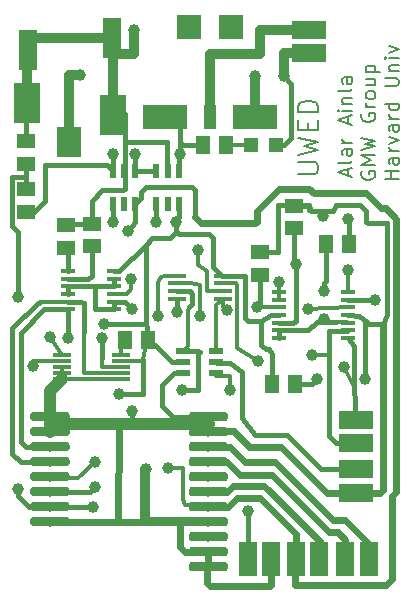
<source format=gbr>
G04 #@! TF.GenerationSoftware,KiCad,Pcbnew,(5.1.0)-1*
G04 #@! TF.CreationDate,2019-05-30T14:49:56+02:00*
G04 #@! TF.ProjectId,UWED,55574544-2e6b-4696-9361-645f70636258,rev?*
G04 #@! TF.SameCoordinates,Original*
G04 #@! TF.FileFunction,Copper,L1,Top*
G04 #@! TF.FilePolarity,Positive*
%FSLAX46Y46*%
G04 Gerber Fmt 4.6, Leading zero omitted, Abs format (unit mm)*
G04 Created by KiCad (PCBNEW (5.1.0)-1) date 2019-05-30 14:49:56*
%MOMM*%
%LPD*%
G04 APERTURE LIST*
%ADD10C,0.177800*%
%ADD11C,0.203200*%
%ADD12R,1.500000X1.300000*%
%ADD13R,1.300000X1.500000*%
%ADD14R,1.200000X1.200000*%
%ADD15R,1.270000X0.419100*%
%ADD16R,0.508000X1.270000*%
%ADD17R,1.500000X0.420000*%
%ADD18R,1.270000X0.508000*%
%ADD19R,1.016000X2.032000*%
%ADD20R,3.810000X2.032000*%
%ADD21R,2.032000X2.032000*%
%ADD22R,1.500000X3.000000*%
%ADD23R,3.000000X1.500000*%
%ADD24R,1.500000X0.300000*%
%ADD25R,2.000000X2.500000*%
%ADD26R,1.500000X3.500000*%
%ADD27R,2.300000X3.500000*%
%ADD28C,0.100000*%
%ADD29C,0.812800*%
%ADD30C,1.006400*%
%ADD31C,0.812800*%
%ADD32C,0.406400*%
%ADD33C,0.304800*%
%ADD34C,1.016000*%
%ADD35C,0.609600*%
G04 APERTURE END LIST*
D10*
X156459666Y-94193863D02*
X157827033Y-94193863D01*
X157987900Y-94113430D01*
X158068333Y-94032996D01*
X158148766Y-93872130D01*
X158148766Y-93550396D01*
X158068333Y-93389530D01*
X157987900Y-93309096D01*
X157827033Y-93228663D01*
X156459666Y-93228663D01*
X156459666Y-92585196D02*
X158148766Y-92183030D01*
X156942266Y-91861296D01*
X158148766Y-91539563D01*
X156459666Y-91137396D01*
X157264000Y-90493930D02*
X157264000Y-89930896D01*
X158148766Y-89689596D02*
X158148766Y-90493930D01*
X156459666Y-90493930D01*
X156459666Y-89689596D01*
X158148766Y-88965696D02*
X156459666Y-88965696D01*
X156459666Y-88563530D01*
X156540100Y-88322230D01*
X156700966Y-88161363D01*
X156861833Y-88080930D01*
X157183566Y-88000496D01*
X157424866Y-88000496D01*
X157746600Y-88080930D01*
X157907466Y-88161363D01*
X158068333Y-88322230D01*
X158148766Y-88563530D01*
X158148766Y-88965696D01*
D11*
X160646433Y-94375110D02*
X160646433Y-93800586D01*
X160991147Y-94490015D02*
X159784647Y-94087848D01*
X160991147Y-93685681D01*
X160991147Y-93111158D02*
X160933695Y-93226062D01*
X160818790Y-93283515D01*
X159784647Y-93283515D01*
X160991147Y-92134467D02*
X160359171Y-92134467D01*
X160244266Y-92191920D01*
X160186814Y-92306824D01*
X160186814Y-92536634D01*
X160244266Y-92651539D01*
X160933695Y-92134467D02*
X160991147Y-92249372D01*
X160991147Y-92536634D01*
X160933695Y-92651539D01*
X160818790Y-92708991D01*
X160703885Y-92708991D01*
X160588980Y-92651539D01*
X160531528Y-92536634D01*
X160531528Y-92249372D01*
X160474076Y-92134467D01*
X160991147Y-91559943D02*
X160186814Y-91559943D01*
X160416623Y-91559943D02*
X160301719Y-91502491D01*
X160244266Y-91445039D01*
X160186814Y-91330134D01*
X160186814Y-91215229D01*
X160646433Y-89951277D02*
X160646433Y-89376753D01*
X160991147Y-90066181D02*
X159784647Y-89664015D01*
X160991147Y-89261848D01*
X160991147Y-88859681D02*
X160186814Y-88859681D01*
X159784647Y-88859681D02*
X159842100Y-88917134D01*
X159899552Y-88859681D01*
X159842100Y-88802229D01*
X159784647Y-88859681D01*
X159899552Y-88859681D01*
X160186814Y-88285158D02*
X160991147Y-88285158D01*
X160301719Y-88285158D02*
X160244266Y-88227705D01*
X160186814Y-88112800D01*
X160186814Y-87940443D01*
X160244266Y-87825539D01*
X160359171Y-87768086D01*
X160991147Y-87768086D01*
X160991147Y-87021205D02*
X160933695Y-87136110D01*
X160818790Y-87193562D01*
X159784647Y-87193562D01*
X160991147Y-86044515D02*
X160359171Y-86044515D01*
X160244266Y-86101967D01*
X160186814Y-86216872D01*
X160186814Y-86446681D01*
X160244266Y-86561586D01*
X160933695Y-86044515D02*
X160991147Y-86159420D01*
X160991147Y-86446681D01*
X160933695Y-86561586D01*
X160818790Y-86619039D01*
X160703885Y-86619039D01*
X160588980Y-86561586D01*
X160531528Y-86446681D01*
X160531528Y-86159420D01*
X160474076Y-86044515D01*
D10*
X161816950Y-94006991D02*
X161759497Y-94121896D01*
X161759497Y-94294253D01*
X161816950Y-94466610D01*
X161931854Y-94581515D01*
X162046759Y-94638968D01*
X162276569Y-94696420D01*
X162448926Y-94696420D01*
X162678735Y-94638968D01*
X162793640Y-94581515D01*
X162908545Y-94466610D01*
X162965997Y-94294253D01*
X162965997Y-94179349D01*
X162908545Y-94006991D01*
X162851092Y-93949539D01*
X162448926Y-93949539D01*
X162448926Y-94179349D01*
X162965997Y-93432468D02*
X161759497Y-93432468D01*
X162621283Y-93030301D01*
X161759497Y-92628134D01*
X162965997Y-92628134D01*
X161759497Y-92168515D02*
X162965997Y-91881253D01*
X162104211Y-91651444D01*
X162965997Y-91421634D01*
X161759497Y-91134372D01*
X161816950Y-89123539D02*
X161759497Y-89238444D01*
X161759497Y-89410801D01*
X161816950Y-89583158D01*
X161931854Y-89698063D01*
X162046759Y-89755515D01*
X162276569Y-89812968D01*
X162448926Y-89812968D01*
X162678735Y-89755515D01*
X162793640Y-89698063D01*
X162908545Y-89583158D01*
X162965997Y-89410801D01*
X162965997Y-89295896D01*
X162908545Y-89123539D01*
X162851092Y-89066087D01*
X162448926Y-89066087D01*
X162448926Y-89295896D01*
X162965997Y-88549015D02*
X162161664Y-88549015D01*
X162391473Y-88549015D02*
X162276569Y-88491563D01*
X162219116Y-88434110D01*
X162161664Y-88319206D01*
X162161664Y-88204301D01*
X162965997Y-87629777D02*
X162908545Y-87744682D01*
X162851092Y-87802134D01*
X162736188Y-87859587D01*
X162391473Y-87859587D01*
X162276569Y-87802134D01*
X162219116Y-87744682D01*
X162161664Y-87629777D01*
X162161664Y-87457420D01*
X162219116Y-87342515D01*
X162276569Y-87285063D01*
X162391473Y-87227610D01*
X162736188Y-87227610D01*
X162851092Y-87285063D01*
X162908545Y-87342515D01*
X162965997Y-87457420D01*
X162965997Y-87629777D01*
X162161664Y-86193468D02*
X162965997Y-86193468D01*
X162161664Y-86710539D02*
X162793640Y-86710539D01*
X162908545Y-86653087D01*
X162965997Y-86538182D01*
X162965997Y-86365825D01*
X162908545Y-86250920D01*
X162851092Y-86193468D01*
X162161664Y-85618944D02*
X163368164Y-85618944D01*
X162219116Y-85618944D02*
X162161664Y-85504039D01*
X162161664Y-85274230D01*
X162219116Y-85159325D01*
X162276569Y-85101872D01*
X162391473Y-85044420D01*
X162736188Y-85044420D01*
X162851092Y-85101872D01*
X162908545Y-85159325D01*
X162965997Y-85274230D01*
X162965997Y-85504039D01*
X162908545Y-85618944D01*
X164953547Y-94638968D02*
X163747047Y-94638968D01*
X164321571Y-94638968D02*
X164321571Y-93949539D01*
X164953547Y-93949539D02*
X163747047Y-93949539D01*
X164953547Y-92857944D02*
X164321571Y-92857944D01*
X164206666Y-92915396D01*
X164149214Y-93030301D01*
X164149214Y-93260110D01*
X164206666Y-93375015D01*
X164896095Y-92857944D02*
X164953547Y-92972849D01*
X164953547Y-93260110D01*
X164896095Y-93375015D01*
X164781190Y-93432468D01*
X164666285Y-93432468D01*
X164551380Y-93375015D01*
X164493928Y-93260110D01*
X164493928Y-92972849D01*
X164436476Y-92857944D01*
X164953547Y-92283420D02*
X164149214Y-92283420D01*
X164379023Y-92283420D02*
X164264119Y-92225968D01*
X164206666Y-92168515D01*
X164149214Y-92053610D01*
X164149214Y-91938706D01*
X164149214Y-91651444D02*
X164953547Y-91364182D01*
X164149214Y-91076920D01*
X164953547Y-90100230D02*
X164321571Y-90100230D01*
X164206666Y-90157682D01*
X164149214Y-90272587D01*
X164149214Y-90502396D01*
X164206666Y-90617301D01*
X164896095Y-90100230D02*
X164953547Y-90215134D01*
X164953547Y-90502396D01*
X164896095Y-90617301D01*
X164781190Y-90674753D01*
X164666285Y-90674753D01*
X164551380Y-90617301D01*
X164493928Y-90502396D01*
X164493928Y-90215134D01*
X164436476Y-90100230D01*
X164953547Y-89525706D02*
X164149214Y-89525706D01*
X164379023Y-89525706D02*
X164264119Y-89468253D01*
X164206666Y-89410801D01*
X164149214Y-89295896D01*
X164149214Y-89180991D01*
X164953547Y-88261753D02*
X163747047Y-88261753D01*
X164896095Y-88261753D02*
X164953547Y-88376658D01*
X164953547Y-88606468D01*
X164896095Y-88721372D01*
X164838642Y-88778825D01*
X164723738Y-88836277D01*
X164379023Y-88836277D01*
X164264119Y-88778825D01*
X164206666Y-88721372D01*
X164149214Y-88606468D01*
X164149214Y-88376658D01*
X164206666Y-88261753D01*
X163747047Y-86767991D02*
X164723738Y-86767991D01*
X164838642Y-86710539D01*
X164896095Y-86653087D01*
X164953547Y-86538182D01*
X164953547Y-86308372D01*
X164896095Y-86193468D01*
X164838642Y-86136015D01*
X164723738Y-86078563D01*
X163747047Y-86078563D01*
X164149214Y-85504039D02*
X164953547Y-85504039D01*
X164264119Y-85504039D02*
X164206666Y-85446587D01*
X164149214Y-85331682D01*
X164149214Y-85159325D01*
X164206666Y-85044420D01*
X164321571Y-84986968D01*
X164953547Y-84986968D01*
X164953547Y-84412444D02*
X164149214Y-84412444D01*
X163747047Y-84412444D02*
X163804500Y-84469896D01*
X163861952Y-84412444D01*
X163804500Y-84354991D01*
X163747047Y-84412444D01*
X163861952Y-84412444D01*
X164149214Y-83952825D02*
X164953547Y-83665563D01*
X164149214Y-83378301D01*
D12*
X153174600Y-100848200D03*
X153174600Y-102748200D03*
D13*
X160728600Y-100147200D03*
X158828600Y-100147200D03*
D12*
X156095600Y-96911200D03*
X156095600Y-98811200D03*
X138950600Y-98435200D03*
X138950600Y-100335200D03*
X136791600Y-98562200D03*
X136791600Y-100462200D03*
D13*
X156156600Y-111958200D03*
X154256600Y-111958200D03*
D14*
X152429400Y-91790600D03*
X154529400Y-91790600D03*
D13*
X148414600Y-91765200D03*
X150314600Y-91765200D03*
X141810600Y-108275200D03*
X143710600Y-108275200D03*
D12*
X133362600Y-97414200D03*
X133362600Y-95514200D03*
X133362600Y-93350200D03*
X133362600Y-91450200D03*
D15*
X160662040Y-104211200D03*
X160662040Y-104861200D03*
X160662040Y-105511200D03*
X160662040Y-106161440D03*
X160662040Y-106811681D03*
X160662040Y-107461918D03*
X160662040Y-108112159D03*
X154812041Y-108112400D03*
X154810600Y-107462400D03*
X154810600Y-106812159D03*
X154810600Y-106161918D03*
X154810600Y-105511681D03*
X154810600Y-104861440D03*
X154810600Y-104211200D03*
D16*
X142633600Y-96743600D03*
X141693800Y-96743600D03*
X140754000Y-96743600D03*
X140754000Y-93924200D03*
X141693800Y-93924200D03*
X142633600Y-93924200D03*
X146316600Y-96743600D03*
X145376800Y-96743600D03*
X144437000Y-96743600D03*
X144437000Y-93924200D03*
X145376800Y-93924200D03*
X146316600Y-93924200D03*
D17*
X150089600Y-102814200D03*
X150089600Y-103464200D03*
X150089600Y-104114200D03*
X150089600Y-104764200D03*
X146189600Y-104764200D03*
X146189600Y-104114200D03*
X146189600Y-103464200D03*
X146189600Y-102814200D03*
D18*
X149517000Y-109164200D03*
X149517000Y-110104000D03*
X149517000Y-111043800D03*
X146697600Y-111043800D03*
X146697600Y-110104000D03*
X146697600Y-109164200D03*
D19*
X148983600Y-89352200D03*
D20*
X152793600Y-89352200D03*
X145173600Y-89352200D03*
D21*
X150761600Y-81732200D03*
X147205600Y-81732200D03*
D22*
X152174600Y-126817200D03*
X154174600Y-126817200D03*
D15*
X140820040Y-102433200D03*
X140820040Y-103083440D03*
X140820040Y-103733681D03*
X140820040Y-104383918D03*
X140820040Y-105034159D03*
X140820040Y-105684400D03*
X136918600Y-105684400D03*
X136918600Y-105034159D03*
X136918600Y-104383918D03*
X136918600Y-103733681D03*
X136918600Y-103083440D03*
X136918600Y-102433200D03*
D23*
X157365600Y-84002200D03*
X157365600Y-82002200D03*
D22*
X158238600Y-126817200D03*
X156238600Y-126817200D03*
X162429600Y-126817200D03*
X160429600Y-126817200D03*
D23*
X161302600Y-121213200D03*
X161302600Y-119213200D03*
X161302600Y-115022200D03*
X161302600Y-117022200D03*
D24*
X141410600Y-109545200D03*
X141410600Y-110045200D03*
X141410600Y-110545200D03*
X141410600Y-111045200D03*
X141410600Y-111545200D03*
X136410600Y-111545200D03*
X136410600Y-111045200D03*
X136410600Y-110545200D03*
X136410600Y-110045200D03*
X136410600Y-109545200D03*
D25*
X137045600Y-91492200D03*
D26*
X133545600Y-83692200D03*
X140645600Y-82692200D03*
D27*
X133445600Y-88192200D03*
X140745600Y-89192200D03*
D28*
G36*
X150177691Y-127047561D02*
G01*
X150213196Y-127052828D01*
X150248015Y-127061550D01*
X150281810Y-127073642D01*
X150314258Y-127088988D01*
X150345045Y-127107442D01*
X150373876Y-127128824D01*
X150400471Y-127152929D01*
X150424576Y-127179524D01*
X150445958Y-127208355D01*
X150464412Y-127239142D01*
X150479758Y-127271590D01*
X150491850Y-127305385D01*
X150500572Y-127340204D01*
X150505839Y-127375709D01*
X150507600Y-127411560D01*
X150507600Y-127492840D01*
X150505839Y-127528691D01*
X150500572Y-127564196D01*
X150491850Y-127599015D01*
X150479758Y-127632810D01*
X150464412Y-127665258D01*
X150445958Y-127696045D01*
X150424576Y-127724876D01*
X150400471Y-127751471D01*
X150373876Y-127775576D01*
X150345045Y-127796958D01*
X150314258Y-127815412D01*
X150281810Y-127830758D01*
X150248015Y-127842850D01*
X150213196Y-127851572D01*
X150177691Y-127856839D01*
X150141840Y-127858600D01*
X147520560Y-127858600D01*
X147484709Y-127856839D01*
X147449204Y-127851572D01*
X147414385Y-127842850D01*
X147380590Y-127830758D01*
X147348142Y-127815412D01*
X147317355Y-127796958D01*
X147288524Y-127775576D01*
X147261929Y-127751471D01*
X147237824Y-127724876D01*
X147216442Y-127696045D01*
X147197988Y-127665258D01*
X147182642Y-127632810D01*
X147170550Y-127599015D01*
X147161828Y-127564196D01*
X147156561Y-127528691D01*
X147154800Y-127492840D01*
X147154800Y-127411560D01*
X147156561Y-127375709D01*
X147161828Y-127340204D01*
X147170550Y-127305385D01*
X147182642Y-127271590D01*
X147197988Y-127239142D01*
X147216442Y-127208355D01*
X147237824Y-127179524D01*
X147261929Y-127152929D01*
X147288524Y-127128824D01*
X147317355Y-127107442D01*
X147348142Y-127088988D01*
X147380590Y-127073642D01*
X147414385Y-127061550D01*
X147449204Y-127052828D01*
X147484709Y-127047561D01*
X147520560Y-127045800D01*
X150141840Y-127045800D01*
X150177691Y-127047561D01*
X150177691Y-127047561D01*
G37*
D29*
X148831200Y-127452200D03*
D28*
G36*
X150177691Y-125777561D02*
G01*
X150213196Y-125782828D01*
X150248015Y-125791550D01*
X150281810Y-125803642D01*
X150314258Y-125818988D01*
X150345045Y-125837442D01*
X150373876Y-125858824D01*
X150400471Y-125882929D01*
X150424576Y-125909524D01*
X150445958Y-125938355D01*
X150464412Y-125969142D01*
X150479758Y-126001590D01*
X150491850Y-126035385D01*
X150500572Y-126070204D01*
X150505839Y-126105709D01*
X150507600Y-126141560D01*
X150507600Y-126222840D01*
X150505839Y-126258691D01*
X150500572Y-126294196D01*
X150491850Y-126329015D01*
X150479758Y-126362810D01*
X150464412Y-126395258D01*
X150445958Y-126426045D01*
X150424576Y-126454876D01*
X150400471Y-126481471D01*
X150373876Y-126505576D01*
X150345045Y-126526958D01*
X150314258Y-126545412D01*
X150281810Y-126560758D01*
X150248015Y-126572850D01*
X150213196Y-126581572D01*
X150177691Y-126586839D01*
X150141840Y-126588600D01*
X147520560Y-126588600D01*
X147484709Y-126586839D01*
X147449204Y-126581572D01*
X147414385Y-126572850D01*
X147380590Y-126560758D01*
X147348142Y-126545412D01*
X147317355Y-126526958D01*
X147288524Y-126505576D01*
X147261929Y-126481471D01*
X147237824Y-126454876D01*
X147216442Y-126426045D01*
X147197988Y-126395258D01*
X147182642Y-126362810D01*
X147170550Y-126329015D01*
X147161828Y-126294196D01*
X147156561Y-126258691D01*
X147154800Y-126222840D01*
X147154800Y-126141560D01*
X147156561Y-126105709D01*
X147161828Y-126070204D01*
X147170550Y-126035385D01*
X147182642Y-126001590D01*
X147197988Y-125969142D01*
X147216442Y-125938355D01*
X147237824Y-125909524D01*
X147261929Y-125882929D01*
X147288524Y-125858824D01*
X147317355Y-125837442D01*
X147348142Y-125818988D01*
X147380590Y-125803642D01*
X147414385Y-125791550D01*
X147449204Y-125782828D01*
X147484709Y-125777561D01*
X147520560Y-125775800D01*
X150141840Y-125775800D01*
X150177691Y-125777561D01*
X150177691Y-125777561D01*
G37*
D29*
X148831200Y-126182200D03*
D28*
G36*
X150177691Y-124507561D02*
G01*
X150213196Y-124512828D01*
X150248015Y-124521550D01*
X150281810Y-124533642D01*
X150314258Y-124548988D01*
X150345045Y-124567442D01*
X150373876Y-124588824D01*
X150400471Y-124612929D01*
X150424576Y-124639524D01*
X150445958Y-124668355D01*
X150464412Y-124699142D01*
X150479758Y-124731590D01*
X150491850Y-124765385D01*
X150500572Y-124800204D01*
X150505839Y-124835709D01*
X150507600Y-124871560D01*
X150507600Y-124952840D01*
X150505839Y-124988691D01*
X150500572Y-125024196D01*
X150491850Y-125059015D01*
X150479758Y-125092810D01*
X150464412Y-125125258D01*
X150445958Y-125156045D01*
X150424576Y-125184876D01*
X150400471Y-125211471D01*
X150373876Y-125235576D01*
X150345045Y-125256958D01*
X150314258Y-125275412D01*
X150281810Y-125290758D01*
X150248015Y-125302850D01*
X150213196Y-125311572D01*
X150177691Y-125316839D01*
X150141840Y-125318600D01*
X147520560Y-125318600D01*
X147484709Y-125316839D01*
X147449204Y-125311572D01*
X147414385Y-125302850D01*
X147380590Y-125290758D01*
X147348142Y-125275412D01*
X147317355Y-125256958D01*
X147288524Y-125235576D01*
X147261929Y-125211471D01*
X147237824Y-125184876D01*
X147216442Y-125156045D01*
X147197988Y-125125258D01*
X147182642Y-125092810D01*
X147170550Y-125059015D01*
X147161828Y-125024196D01*
X147156561Y-124988691D01*
X147154800Y-124952840D01*
X147154800Y-124871560D01*
X147156561Y-124835709D01*
X147161828Y-124800204D01*
X147170550Y-124765385D01*
X147182642Y-124731590D01*
X147197988Y-124699142D01*
X147216442Y-124668355D01*
X147237824Y-124639524D01*
X147261929Y-124612929D01*
X147288524Y-124588824D01*
X147317355Y-124567442D01*
X147348142Y-124548988D01*
X147380590Y-124533642D01*
X147414385Y-124521550D01*
X147449204Y-124512828D01*
X147484709Y-124507561D01*
X147520560Y-124505800D01*
X150141840Y-124505800D01*
X150177691Y-124507561D01*
X150177691Y-124507561D01*
G37*
D29*
X148831200Y-124912200D03*
D28*
G36*
X150177691Y-123237561D02*
G01*
X150213196Y-123242828D01*
X150248015Y-123251550D01*
X150281810Y-123263642D01*
X150314258Y-123278988D01*
X150345045Y-123297442D01*
X150373876Y-123318824D01*
X150400471Y-123342929D01*
X150424576Y-123369524D01*
X150445958Y-123398355D01*
X150464412Y-123429142D01*
X150479758Y-123461590D01*
X150491850Y-123495385D01*
X150500572Y-123530204D01*
X150505839Y-123565709D01*
X150507600Y-123601560D01*
X150507600Y-123682840D01*
X150505839Y-123718691D01*
X150500572Y-123754196D01*
X150491850Y-123789015D01*
X150479758Y-123822810D01*
X150464412Y-123855258D01*
X150445958Y-123886045D01*
X150424576Y-123914876D01*
X150400471Y-123941471D01*
X150373876Y-123965576D01*
X150345045Y-123986958D01*
X150314258Y-124005412D01*
X150281810Y-124020758D01*
X150248015Y-124032850D01*
X150213196Y-124041572D01*
X150177691Y-124046839D01*
X150141840Y-124048600D01*
X147520560Y-124048600D01*
X147484709Y-124046839D01*
X147449204Y-124041572D01*
X147414385Y-124032850D01*
X147380590Y-124020758D01*
X147348142Y-124005412D01*
X147317355Y-123986958D01*
X147288524Y-123965576D01*
X147261929Y-123941471D01*
X147237824Y-123914876D01*
X147216442Y-123886045D01*
X147197988Y-123855258D01*
X147182642Y-123822810D01*
X147170550Y-123789015D01*
X147161828Y-123754196D01*
X147156561Y-123718691D01*
X147154800Y-123682840D01*
X147154800Y-123601560D01*
X147156561Y-123565709D01*
X147161828Y-123530204D01*
X147170550Y-123495385D01*
X147182642Y-123461590D01*
X147197988Y-123429142D01*
X147216442Y-123398355D01*
X147237824Y-123369524D01*
X147261929Y-123342929D01*
X147288524Y-123318824D01*
X147317355Y-123297442D01*
X147348142Y-123278988D01*
X147380590Y-123263642D01*
X147414385Y-123251550D01*
X147449204Y-123242828D01*
X147484709Y-123237561D01*
X147520560Y-123235800D01*
X150141840Y-123235800D01*
X150177691Y-123237561D01*
X150177691Y-123237561D01*
G37*
D29*
X148831200Y-123642200D03*
D28*
G36*
X150177691Y-121967561D02*
G01*
X150213196Y-121972828D01*
X150248015Y-121981550D01*
X150281810Y-121993642D01*
X150314258Y-122008988D01*
X150345045Y-122027442D01*
X150373876Y-122048824D01*
X150400471Y-122072929D01*
X150424576Y-122099524D01*
X150445958Y-122128355D01*
X150464412Y-122159142D01*
X150479758Y-122191590D01*
X150491850Y-122225385D01*
X150500572Y-122260204D01*
X150505839Y-122295709D01*
X150507600Y-122331560D01*
X150507600Y-122412840D01*
X150505839Y-122448691D01*
X150500572Y-122484196D01*
X150491850Y-122519015D01*
X150479758Y-122552810D01*
X150464412Y-122585258D01*
X150445958Y-122616045D01*
X150424576Y-122644876D01*
X150400471Y-122671471D01*
X150373876Y-122695576D01*
X150345045Y-122716958D01*
X150314258Y-122735412D01*
X150281810Y-122750758D01*
X150248015Y-122762850D01*
X150213196Y-122771572D01*
X150177691Y-122776839D01*
X150141840Y-122778600D01*
X147520560Y-122778600D01*
X147484709Y-122776839D01*
X147449204Y-122771572D01*
X147414385Y-122762850D01*
X147380590Y-122750758D01*
X147348142Y-122735412D01*
X147317355Y-122716958D01*
X147288524Y-122695576D01*
X147261929Y-122671471D01*
X147237824Y-122644876D01*
X147216442Y-122616045D01*
X147197988Y-122585258D01*
X147182642Y-122552810D01*
X147170550Y-122519015D01*
X147161828Y-122484196D01*
X147156561Y-122448691D01*
X147154800Y-122412840D01*
X147154800Y-122331560D01*
X147156561Y-122295709D01*
X147161828Y-122260204D01*
X147170550Y-122225385D01*
X147182642Y-122191590D01*
X147197988Y-122159142D01*
X147216442Y-122128355D01*
X147237824Y-122099524D01*
X147261929Y-122072929D01*
X147288524Y-122048824D01*
X147317355Y-122027442D01*
X147348142Y-122008988D01*
X147380590Y-121993642D01*
X147414385Y-121981550D01*
X147449204Y-121972828D01*
X147484709Y-121967561D01*
X147520560Y-121965800D01*
X150141840Y-121965800D01*
X150177691Y-121967561D01*
X150177691Y-121967561D01*
G37*
D29*
X148831200Y-122372200D03*
D28*
G36*
X150177691Y-120697561D02*
G01*
X150213196Y-120702828D01*
X150248015Y-120711550D01*
X150281810Y-120723642D01*
X150314258Y-120738988D01*
X150345045Y-120757442D01*
X150373876Y-120778824D01*
X150400471Y-120802929D01*
X150424576Y-120829524D01*
X150445958Y-120858355D01*
X150464412Y-120889142D01*
X150479758Y-120921590D01*
X150491850Y-120955385D01*
X150500572Y-120990204D01*
X150505839Y-121025709D01*
X150507600Y-121061560D01*
X150507600Y-121142840D01*
X150505839Y-121178691D01*
X150500572Y-121214196D01*
X150491850Y-121249015D01*
X150479758Y-121282810D01*
X150464412Y-121315258D01*
X150445958Y-121346045D01*
X150424576Y-121374876D01*
X150400471Y-121401471D01*
X150373876Y-121425576D01*
X150345045Y-121446958D01*
X150314258Y-121465412D01*
X150281810Y-121480758D01*
X150248015Y-121492850D01*
X150213196Y-121501572D01*
X150177691Y-121506839D01*
X150141840Y-121508600D01*
X147520560Y-121508600D01*
X147484709Y-121506839D01*
X147449204Y-121501572D01*
X147414385Y-121492850D01*
X147380590Y-121480758D01*
X147348142Y-121465412D01*
X147317355Y-121446958D01*
X147288524Y-121425576D01*
X147261929Y-121401471D01*
X147237824Y-121374876D01*
X147216442Y-121346045D01*
X147197988Y-121315258D01*
X147182642Y-121282810D01*
X147170550Y-121249015D01*
X147161828Y-121214196D01*
X147156561Y-121178691D01*
X147154800Y-121142840D01*
X147154800Y-121061560D01*
X147156561Y-121025709D01*
X147161828Y-120990204D01*
X147170550Y-120955385D01*
X147182642Y-120921590D01*
X147197988Y-120889142D01*
X147216442Y-120858355D01*
X147237824Y-120829524D01*
X147261929Y-120802929D01*
X147288524Y-120778824D01*
X147317355Y-120757442D01*
X147348142Y-120738988D01*
X147380590Y-120723642D01*
X147414385Y-120711550D01*
X147449204Y-120702828D01*
X147484709Y-120697561D01*
X147520560Y-120695800D01*
X150141840Y-120695800D01*
X150177691Y-120697561D01*
X150177691Y-120697561D01*
G37*
D29*
X148831200Y-121102200D03*
D28*
G36*
X150177691Y-119427561D02*
G01*
X150213196Y-119432828D01*
X150248015Y-119441550D01*
X150281810Y-119453642D01*
X150314258Y-119468988D01*
X150345045Y-119487442D01*
X150373876Y-119508824D01*
X150400471Y-119532929D01*
X150424576Y-119559524D01*
X150445958Y-119588355D01*
X150464412Y-119619142D01*
X150479758Y-119651590D01*
X150491850Y-119685385D01*
X150500572Y-119720204D01*
X150505839Y-119755709D01*
X150507600Y-119791560D01*
X150507600Y-119872840D01*
X150505839Y-119908691D01*
X150500572Y-119944196D01*
X150491850Y-119979015D01*
X150479758Y-120012810D01*
X150464412Y-120045258D01*
X150445958Y-120076045D01*
X150424576Y-120104876D01*
X150400471Y-120131471D01*
X150373876Y-120155576D01*
X150345045Y-120176958D01*
X150314258Y-120195412D01*
X150281810Y-120210758D01*
X150248015Y-120222850D01*
X150213196Y-120231572D01*
X150177691Y-120236839D01*
X150141840Y-120238600D01*
X147520560Y-120238600D01*
X147484709Y-120236839D01*
X147449204Y-120231572D01*
X147414385Y-120222850D01*
X147380590Y-120210758D01*
X147348142Y-120195412D01*
X147317355Y-120176958D01*
X147288524Y-120155576D01*
X147261929Y-120131471D01*
X147237824Y-120104876D01*
X147216442Y-120076045D01*
X147197988Y-120045258D01*
X147182642Y-120012810D01*
X147170550Y-119979015D01*
X147161828Y-119944196D01*
X147156561Y-119908691D01*
X147154800Y-119872840D01*
X147154800Y-119791560D01*
X147156561Y-119755709D01*
X147161828Y-119720204D01*
X147170550Y-119685385D01*
X147182642Y-119651590D01*
X147197988Y-119619142D01*
X147216442Y-119588355D01*
X147237824Y-119559524D01*
X147261929Y-119532929D01*
X147288524Y-119508824D01*
X147317355Y-119487442D01*
X147348142Y-119468988D01*
X147380590Y-119453642D01*
X147414385Y-119441550D01*
X147449204Y-119432828D01*
X147484709Y-119427561D01*
X147520560Y-119425800D01*
X150141840Y-119425800D01*
X150177691Y-119427561D01*
X150177691Y-119427561D01*
G37*
D29*
X148831200Y-119832200D03*
D28*
G36*
X150177691Y-118157561D02*
G01*
X150213196Y-118162828D01*
X150248015Y-118171550D01*
X150281810Y-118183642D01*
X150314258Y-118198988D01*
X150345045Y-118217442D01*
X150373876Y-118238824D01*
X150400471Y-118262929D01*
X150424576Y-118289524D01*
X150445958Y-118318355D01*
X150464412Y-118349142D01*
X150479758Y-118381590D01*
X150491850Y-118415385D01*
X150500572Y-118450204D01*
X150505839Y-118485709D01*
X150507600Y-118521560D01*
X150507600Y-118602840D01*
X150505839Y-118638691D01*
X150500572Y-118674196D01*
X150491850Y-118709015D01*
X150479758Y-118742810D01*
X150464412Y-118775258D01*
X150445958Y-118806045D01*
X150424576Y-118834876D01*
X150400471Y-118861471D01*
X150373876Y-118885576D01*
X150345045Y-118906958D01*
X150314258Y-118925412D01*
X150281810Y-118940758D01*
X150248015Y-118952850D01*
X150213196Y-118961572D01*
X150177691Y-118966839D01*
X150141840Y-118968600D01*
X147520560Y-118968600D01*
X147484709Y-118966839D01*
X147449204Y-118961572D01*
X147414385Y-118952850D01*
X147380590Y-118940758D01*
X147348142Y-118925412D01*
X147317355Y-118906958D01*
X147288524Y-118885576D01*
X147261929Y-118861471D01*
X147237824Y-118834876D01*
X147216442Y-118806045D01*
X147197988Y-118775258D01*
X147182642Y-118742810D01*
X147170550Y-118709015D01*
X147161828Y-118674196D01*
X147156561Y-118638691D01*
X147154800Y-118602840D01*
X147154800Y-118521560D01*
X147156561Y-118485709D01*
X147161828Y-118450204D01*
X147170550Y-118415385D01*
X147182642Y-118381590D01*
X147197988Y-118349142D01*
X147216442Y-118318355D01*
X147237824Y-118289524D01*
X147261929Y-118262929D01*
X147288524Y-118238824D01*
X147317355Y-118217442D01*
X147348142Y-118198988D01*
X147380590Y-118183642D01*
X147414385Y-118171550D01*
X147449204Y-118162828D01*
X147484709Y-118157561D01*
X147520560Y-118155800D01*
X150141840Y-118155800D01*
X150177691Y-118157561D01*
X150177691Y-118157561D01*
G37*
D29*
X148831200Y-118562200D03*
D28*
G36*
X150177691Y-116887561D02*
G01*
X150213196Y-116892828D01*
X150248015Y-116901550D01*
X150281810Y-116913642D01*
X150314258Y-116928988D01*
X150345045Y-116947442D01*
X150373876Y-116968824D01*
X150400471Y-116992929D01*
X150424576Y-117019524D01*
X150445958Y-117048355D01*
X150464412Y-117079142D01*
X150479758Y-117111590D01*
X150491850Y-117145385D01*
X150500572Y-117180204D01*
X150505839Y-117215709D01*
X150507600Y-117251560D01*
X150507600Y-117332840D01*
X150505839Y-117368691D01*
X150500572Y-117404196D01*
X150491850Y-117439015D01*
X150479758Y-117472810D01*
X150464412Y-117505258D01*
X150445958Y-117536045D01*
X150424576Y-117564876D01*
X150400471Y-117591471D01*
X150373876Y-117615576D01*
X150345045Y-117636958D01*
X150314258Y-117655412D01*
X150281810Y-117670758D01*
X150248015Y-117682850D01*
X150213196Y-117691572D01*
X150177691Y-117696839D01*
X150141840Y-117698600D01*
X147520560Y-117698600D01*
X147484709Y-117696839D01*
X147449204Y-117691572D01*
X147414385Y-117682850D01*
X147380590Y-117670758D01*
X147348142Y-117655412D01*
X147317355Y-117636958D01*
X147288524Y-117615576D01*
X147261929Y-117591471D01*
X147237824Y-117564876D01*
X147216442Y-117536045D01*
X147197988Y-117505258D01*
X147182642Y-117472810D01*
X147170550Y-117439015D01*
X147161828Y-117404196D01*
X147156561Y-117368691D01*
X147154800Y-117332840D01*
X147154800Y-117251560D01*
X147156561Y-117215709D01*
X147161828Y-117180204D01*
X147170550Y-117145385D01*
X147182642Y-117111590D01*
X147197988Y-117079142D01*
X147216442Y-117048355D01*
X147237824Y-117019524D01*
X147261929Y-116992929D01*
X147288524Y-116968824D01*
X147317355Y-116947442D01*
X147348142Y-116928988D01*
X147380590Y-116913642D01*
X147414385Y-116901550D01*
X147449204Y-116892828D01*
X147484709Y-116887561D01*
X147520560Y-116885800D01*
X150141840Y-116885800D01*
X150177691Y-116887561D01*
X150177691Y-116887561D01*
G37*
D29*
X148831200Y-117292200D03*
D28*
G36*
X150177691Y-115617561D02*
G01*
X150213196Y-115622828D01*
X150248015Y-115631550D01*
X150281810Y-115643642D01*
X150314258Y-115658988D01*
X150345045Y-115677442D01*
X150373876Y-115698824D01*
X150400471Y-115722929D01*
X150424576Y-115749524D01*
X150445958Y-115778355D01*
X150464412Y-115809142D01*
X150479758Y-115841590D01*
X150491850Y-115875385D01*
X150500572Y-115910204D01*
X150505839Y-115945709D01*
X150507600Y-115981560D01*
X150507600Y-116062840D01*
X150505839Y-116098691D01*
X150500572Y-116134196D01*
X150491850Y-116169015D01*
X150479758Y-116202810D01*
X150464412Y-116235258D01*
X150445958Y-116266045D01*
X150424576Y-116294876D01*
X150400471Y-116321471D01*
X150373876Y-116345576D01*
X150345045Y-116366958D01*
X150314258Y-116385412D01*
X150281810Y-116400758D01*
X150248015Y-116412850D01*
X150213196Y-116421572D01*
X150177691Y-116426839D01*
X150141840Y-116428600D01*
X147520560Y-116428600D01*
X147484709Y-116426839D01*
X147449204Y-116421572D01*
X147414385Y-116412850D01*
X147380590Y-116400758D01*
X147348142Y-116385412D01*
X147317355Y-116366958D01*
X147288524Y-116345576D01*
X147261929Y-116321471D01*
X147237824Y-116294876D01*
X147216442Y-116266045D01*
X147197988Y-116235258D01*
X147182642Y-116202810D01*
X147170550Y-116169015D01*
X147161828Y-116134196D01*
X147156561Y-116098691D01*
X147154800Y-116062840D01*
X147154800Y-115981560D01*
X147156561Y-115945709D01*
X147161828Y-115910204D01*
X147170550Y-115875385D01*
X147182642Y-115841590D01*
X147197988Y-115809142D01*
X147216442Y-115778355D01*
X147237824Y-115749524D01*
X147261929Y-115722929D01*
X147288524Y-115698824D01*
X147317355Y-115677442D01*
X147348142Y-115658988D01*
X147380590Y-115643642D01*
X147414385Y-115631550D01*
X147449204Y-115622828D01*
X147484709Y-115617561D01*
X147520560Y-115615800D01*
X150141840Y-115615800D01*
X150177691Y-115617561D01*
X150177691Y-115617561D01*
G37*
D29*
X148831200Y-116022200D03*
D28*
G36*
X150177691Y-114347561D02*
G01*
X150213196Y-114352828D01*
X150248015Y-114361550D01*
X150281810Y-114373642D01*
X150314258Y-114388988D01*
X150345045Y-114407442D01*
X150373876Y-114428824D01*
X150400471Y-114452929D01*
X150424576Y-114479524D01*
X150445958Y-114508355D01*
X150464412Y-114539142D01*
X150479758Y-114571590D01*
X150491850Y-114605385D01*
X150500572Y-114640204D01*
X150505839Y-114675709D01*
X150507600Y-114711560D01*
X150507600Y-114792840D01*
X150505839Y-114828691D01*
X150500572Y-114864196D01*
X150491850Y-114899015D01*
X150479758Y-114932810D01*
X150464412Y-114965258D01*
X150445958Y-114996045D01*
X150424576Y-115024876D01*
X150400471Y-115051471D01*
X150373876Y-115075576D01*
X150345045Y-115096958D01*
X150314258Y-115115412D01*
X150281810Y-115130758D01*
X150248015Y-115142850D01*
X150213196Y-115151572D01*
X150177691Y-115156839D01*
X150141840Y-115158600D01*
X147520560Y-115158600D01*
X147484709Y-115156839D01*
X147449204Y-115151572D01*
X147414385Y-115142850D01*
X147380590Y-115130758D01*
X147348142Y-115115412D01*
X147317355Y-115096958D01*
X147288524Y-115075576D01*
X147261929Y-115051471D01*
X147237824Y-115024876D01*
X147216442Y-114996045D01*
X147197988Y-114965258D01*
X147182642Y-114932810D01*
X147170550Y-114899015D01*
X147161828Y-114864196D01*
X147156561Y-114828691D01*
X147154800Y-114792840D01*
X147154800Y-114711560D01*
X147156561Y-114675709D01*
X147161828Y-114640204D01*
X147170550Y-114605385D01*
X147182642Y-114571590D01*
X147197988Y-114539142D01*
X147216442Y-114508355D01*
X147237824Y-114479524D01*
X147261929Y-114452929D01*
X147288524Y-114428824D01*
X147317355Y-114407442D01*
X147348142Y-114388988D01*
X147380590Y-114373642D01*
X147414385Y-114361550D01*
X147449204Y-114352828D01*
X147484709Y-114347561D01*
X147520560Y-114345800D01*
X150141840Y-114345800D01*
X150177691Y-114347561D01*
X150177691Y-114347561D01*
G37*
D29*
X148831200Y-114752200D03*
D28*
G36*
X136766491Y-123237561D02*
G01*
X136801996Y-123242828D01*
X136836815Y-123251550D01*
X136870610Y-123263642D01*
X136903058Y-123278988D01*
X136933845Y-123297442D01*
X136962676Y-123318824D01*
X136989271Y-123342929D01*
X137013376Y-123369524D01*
X137034758Y-123398355D01*
X137053212Y-123429142D01*
X137068558Y-123461590D01*
X137080650Y-123495385D01*
X137089372Y-123530204D01*
X137094639Y-123565709D01*
X137096400Y-123601560D01*
X137096400Y-123682840D01*
X137094639Y-123718691D01*
X137089372Y-123754196D01*
X137080650Y-123789015D01*
X137068558Y-123822810D01*
X137053212Y-123855258D01*
X137034758Y-123886045D01*
X137013376Y-123914876D01*
X136989271Y-123941471D01*
X136962676Y-123965576D01*
X136933845Y-123986958D01*
X136903058Y-124005412D01*
X136870610Y-124020758D01*
X136836815Y-124032850D01*
X136801996Y-124041572D01*
X136766491Y-124046839D01*
X136730640Y-124048600D01*
X134109360Y-124048600D01*
X134073509Y-124046839D01*
X134038004Y-124041572D01*
X134003185Y-124032850D01*
X133969390Y-124020758D01*
X133936942Y-124005412D01*
X133906155Y-123986958D01*
X133877324Y-123965576D01*
X133850729Y-123941471D01*
X133826624Y-123914876D01*
X133805242Y-123886045D01*
X133786788Y-123855258D01*
X133771442Y-123822810D01*
X133759350Y-123789015D01*
X133750628Y-123754196D01*
X133745361Y-123718691D01*
X133743600Y-123682840D01*
X133743600Y-123601560D01*
X133745361Y-123565709D01*
X133750628Y-123530204D01*
X133759350Y-123495385D01*
X133771442Y-123461590D01*
X133786788Y-123429142D01*
X133805242Y-123398355D01*
X133826624Y-123369524D01*
X133850729Y-123342929D01*
X133877324Y-123318824D01*
X133906155Y-123297442D01*
X133936942Y-123278988D01*
X133969390Y-123263642D01*
X134003185Y-123251550D01*
X134038004Y-123242828D01*
X134073509Y-123237561D01*
X134109360Y-123235800D01*
X136730640Y-123235800D01*
X136766491Y-123237561D01*
X136766491Y-123237561D01*
G37*
D29*
X135420000Y-123642200D03*
D28*
G36*
X136766491Y-121967561D02*
G01*
X136801996Y-121972828D01*
X136836815Y-121981550D01*
X136870610Y-121993642D01*
X136903058Y-122008988D01*
X136933845Y-122027442D01*
X136962676Y-122048824D01*
X136989271Y-122072929D01*
X137013376Y-122099524D01*
X137034758Y-122128355D01*
X137053212Y-122159142D01*
X137068558Y-122191590D01*
X137080650Y-122225385D01*
X137089372Y-122260204D01*
X137094639Y-122295709D01*
X137096400Y-122331560D01*
X137096400Y-122412840D01*
X137094639Y-122448691D01*
X137089372Y-122484196D01*
X137080650Y-122519015D01*
X137068558Y-122552810D01*
X137053212Y-122585258D01*
X137034758Y-122616045D01*
X137013376Y-122644876D01*
X136989271Y-122671471D01*
X136962676Y-122695576D01*
X136933845Y-122716958D01*
X136903058Y-122735412D01*
X136870610Y-122750758D01*
X136836815Y-122762850D01*
X136801996Y-122771572D01*
X136766491Y-122776839D01*
X136730640Y-122778600D01*
X134109360Y-122778600D01*
X134073509Y-122776839D01*
X134038004Y-122771572D01*
X134003185Y-122762850D01*
X133969390Y-122750758D01*
X133936942Y-122735412D01*
X133906155Y-122716958D01*
X133877324Y-122695576D01*
X133850729Y-122671471D01*
X133826624Y-122644876D01*
X133805242Y-122616045D01*
X133786788Y-122585258D01*
X133771442Y-122552810D01*
X133759350Y-122519015D01*
X133750628Y-122484196D01*
X133745361Y-122448691D01*
X133743600Y-122412840D01*
X133743600Y-122331560D01*
X133745361Y-122295709D01*
X133750628Y-122260204D01*
X133759350Y-122225385D01*
X133771442Y-122191590D01*
X133786788Y-122159142D01*
X133805242Y-122128355D01*
X133826624Y-122099524D01*
X133850729Y-122072929D01*
X133877324Y-122048824D01*
X133906155Y-122027442D01*
X133936942Y-122008988D01*
X133969390Y-121993642D01*
X134003185Y-121981550D01*
X134038004Y-121972828D01*
X134073509Y-121967561D01*
X134109360Y-121965800D01*
X136730640Y-121965800D01*
X136766491Y-121967561D01*
X136766491Y-121967561D01*
G37*
D29*
X135420000Y-122372200D03*
D28*
G36*
X136766491Y-120697561D02*
G01*
X136801996Y-120702828D01*
X136836815Y-120711550D01*
X136870610Y-120723642D01*
X136903058Y-120738988D01*
X136933845Y-120757442D01*
X136962676Y-120778824D01*
X136989271Y-120802929D01*
X137013376Y-120829524D01*
X137034758Y-120858355D01*
X137053212Y-120889142D01*
X137068558Y-120921590D01*
X137080650Y-120955385D01*
X137089372Y-120990204D01*
X137094639Y-121025709D01*
X137096400Y-121061560D01*
X137096400Y-121142840D01*
X137094639Y-121178691D01*
X137089372Y-121214196D01*
X137080650Y-121249015D01*
X137068558Y-121282810D01*
X137053212Y-121315258D01*
X137034758Y-121346045D01*
X137013376Y-121374876D01*
X136989271Y-121401471D01*
X136962676Y-121425576D01*
X136933845Y-121446958D01*
X136903058Y-121465412D01*
X136870610Y-121480758D01*
X136836815Y-121492850D01*
X136801996Y-121501572D01*
X136766491Y-121506839D01*
X136730640Y-121508600D01*
X134109360Y-121508600D01*
X134073509Y-121506839D01*
X134038004Y-121501572D01*
X134003185Y-121492850D01*
X133969390Y-121480758D01*
X133936942Y-121465412D01*
X133906155Y-121446958D01*
X133877324Y-121425576D01*
X133850729Y-121401471D01*
X133826624Y-121374876D01*
X133805242Y-121346045D01*
X133786788Y-121315258D01*
X133771442Y-121282810D01*
X133759350Y-121249015D01*
X133750628Y-121214196D01*
X133745361Y-121178691D01*
X133743600Y-121142840D01*
X133743600Y-121061560D01*
X133745361Y-121025709D01*
X133750628Y-120990204D01*
X133759350Y-120955385D01*
X133771442Y-120921590D01*
X133786788Y-120889142D01*
X133805242Y-120858355D01*
X133826624Y-120829524D01*
X133850729Y-120802929D01*
X133877324Y-120778824D01*
X133906155Y-120757442D01*
X133936942Y-120738988D01*
X133969390Y-120723642D01*
X134003185Y-120711550D01*
X134038004Y-120702828D01*
X134073509Y-120697561D01*
X134109360Y-120695800D01*
X136730640Y-120695800D01*
X136766491Y-120697561D01*
X136766491Y-120697561D01*
G37*
D29*
X135420000Y-121102200D03*
D28*
G36*
X136766491Y-119427561D02*
G01*
X136801996Y-119432828D01*
X136836815Y-119441550D01*
X136870610Y-119453642D01*
X136903058Y-119468988D01*
X136933845Y-119487442D01*
X136962676Y-119508824D01*
X136989271Y-119532929D01*
X137013376Y-119559524D01*
X137034758Y-119588355D01*
X137053212Y-119619142D01*
X137068558Y-119651590D01*
X137080650Y-119685385D01*
X137089372Y-119720204D01*
X137094639Y-119755709D01*
X137096400Y-119791560D01*
X137096400Y-119872840D01*
X137094639Y-119908691D01*
X137089372Y-119944196D01*
X137080650Y-119979015D01*
X137068558Y-120012810D01*
X137053212Y-120045258D01*
X137034758Y-120076045D01*
X137013376Y-120104876D01*
X136989271Y-120131471D01*
X136962676Y-120155576D01*
X136933845Y-120176958D01*
X136903058Y-120195412D01*
X136870610Y-120210758D01*
X136836815Y-120222850D01*
X136801996Y-120231572D01*
X136766491Y-120236839D01*
X136730640Y-120238600D01*
X134109360Y-120238600D01*
X134073509Y-120236839D01*
X134038004Y-120231572D01*
X134003185Y-120222850D01*
X133969390Y-120210758D01*
X133936942Y-120195412D01*
X133906155Y-120176958D01*
X133877324Y-120155576D01*
X133850729Y-120131471D01*
X133826624Y-120104876D01*
X133805242Y-120076045D01*
X133786788Y-120045258D01*
X133771442Y-120012810D01*
X133759350Y-119979015D01*
X133750628Y-119944196D01*
X133745361Y-119908691D01*
X133743600Y-119872840D01*
X133743600Y-119791560D01*
X133745361Y-119755709D01*
X133750628Y-119720204D01*
X133759350Y-119685385D01*
X133771442Y-119651590D01*
X133786788Y-119619142D01*
X133805242Y-119588355D01*
X133826624Y-119559524D01*
X133850729Y-119532929D01*
X133877324Y-119508824D01*
X133906155Y-119487442D01*
X133936942Y-119468988D01*
X133969390Y-119453642D01*
X134003185Y-119441550D01*
X134038004Y-119432828D01*
X134073509Y-119427561D01*
X134109360Y-119425800D01*
X136730640Y-119425800D01*
X136766491Y-119427561D01*
X136766491Y-119427561D01*
G37*
D29*
X135420000Y-119832200D03*
D28*
G36*
X136766491Y-118157561D02*
G01*
X136801996Y-118162828D01*
X136836815Y-118171550D01*
X136870610Y-118183642D01*
X136903058Y-118198988D01*
X136933845Y-118217442D01*
X136962676Y-118238824D01*
X136989271Y-118262929D01*
X137013376Y-118289524D01*
X137034758Y-118318355D01*
X137053212Y-118349142D01*
X137068558Y-118381590D01*
X137080650Y-118415385D01*
X137089372Y-118450204D01*
X137094639Y-118485709D01*
X137096400Y-118521560D01*
X137096400Y-118602840D01*
X137094639Y-118638691D01*
X137089372Y-118674196D01*
X137080650Y-118709015D01*
X137068558Y-118742810D01*
X137053212Y-118775258D01*
X137034758Y-118806045D01*
X137013376Y-118834876D01*
X136989271Y-118861471D01*
X136962676Y-118885576D01*
X136933845Y-118906958D01*
X136903058Y-118925412D01*
X136870610Y-118940758D01*
X136836815Y-118952850D01*
X136801996Y-118961572D01*
X136766491Y-118966839D01*
X136730640Y-118968600D01*
X134109360Y-118968600D01*
X134073509Y-118966839D01*
X134038004Y-118961572D01*
X134003185Y-118952850D01*
X133969390Y-118940758D01*
X133936942Y-118925412D01*
X133906155Y-118906958D01*
X133877324Y-118885576D01*
X133850729Y-118861471D01*
X133826624Y-118834876D01*
X133805242Y-118806045D01*
X133786788Y-118775258D01*
X133771442Y-118742810D01*
X133759350Y-118709015D01*
X133750628Y-118674196D01*
X133745361Y-118638691D01*
X133743600Y-118602840D01*
X133743600Y-118521560D01*
X133745361Y-118485709D01*
X133750628Y-118450204D01*
X133759350Y-118415385D01*
X133771442Y-118381590D01*
X133786788Y-118349142D01*
X133805242Y-118318355D01*
X133826624Y-118289524D01*
X133850729Y-118262929D01*
X133877324Y-118238824D01*
X133906155Y-118217442D01*
X133936942Y-118198988D01*
X133969390Y-118183642D01*
X134003185Y-118171550D01*
X134038004Y-118162828D01*
X134073509Y-118157561D01*
X134109360Y-118155800D01*
X136730640Y-118155800D01*
X136766491Y-118157561D01*
X136766491Y-118157561D01*
G37*
D29*
X135420000Y-118562200D03*
D28*
G36*
X136766491Y-116887561D02*
G01*
X136801996Y-116892828D01*
X136836815Y-116901550D01*
X136870610Y-116913642D01*
X136903058Y-116928988D01*
X136933845Y-116947442D01*
X136962676Y-116968824D01*
X136989271Y-116992929D01*
X137013376Y-117019524D01*
X137034758Y-117048355D01*
X137053212Y-117079142D01*
X137068558Y-117111590D01*
X137080650Y-117145385D01*
X137089372Y-117180204D01*
X137094639Y-117215709D01*
X137096400Y-117251560D01*
X137096400Y-117332840D01*
X137094639Y-117368691D01*
X137089372Y-117404196D01*
X137080650Y-117439015D01*
X137068558Y-117472810D01*
X137053212Y-117505258D01*
X137034758Y-117536045D01*
X137013376Y-117564876D01*
X136989271Y-117591471D01*
X136962676Y-117615576D01*
X136933845Y-117636958D01*
X136903058Y-117655412D01*
X136870610Y-117670758D01*
X136836815Y-117682850D01*
X136801996Y-117691572D01*
X136766491Y-117696839D01*
X136730640Y-117698600D01*
X134109360Y-117698600D01*
X134073509Y-117696839D01*
X134038004Y-117691572D01*
X134003185Y-117682850D01*
X133969390Y-117670758D01*
X133936942Y-117655412D01*
X133906155Y-117636958D01*
X133877324Y-117615576D01*
X133850729Y-117591471D01*
X133826624Y-117564876D01*
X133805242Y-117536045D01*
X133786788Y-117505258D01*
X133771442Y-117472810D01*
X133759350Y-117439015D01*
X133750628Y-117404196D01*
X133745361Y-117368691D01*
X133743600Y-117332840D01*
X133743600Y-117251560D01*
X133745361Y-117215709D01*
X133750628Y-117180204D01*
X133759350Y-117145385D01*
X133771442Y-117111590D01*
X133786788Y-117079142D01*
X133805242Y-117048355D01*
X133826624Y-117019524D01*
X133850729Y-116992929D01*
X133877324Y-116968824D01*
X133906155Y-116947442D01*
X133936942Y-116928988D01*
X133969390Y-116913642D01*
X134003185Y-116901550D01*
X134038004Y-116892828D01*
X134073509Y-116887561D01*
X134109360Y-116885800D01*
X136730640Y-116885800D01*
X136766491Y-116887561D01*
X136766491Y-116887561D01*
G37*
D29*
X135420000Y-117292200D03*
D28*
G36*
X136766491Y-115617561D02*
G01*
X136801996Y-115622828D01*
X136836815Y-115631550D01*
X136870610Y-115643642D01*
X136903058Y-115658988D01*
X136933845Y-115677442D01*
X136962676Y-115698824D01*
X136989271Y-115722929D01*
X137013376Y-115749524D01*
X137034758Y-115778355D01*
X137053212Y-115809142D01*
X137068558Y-115841590D01*
X137080650Y-115875385D01*
X137089372Y-115910204D01*
X137094639Y-115945709D01*
X137096400Y-115981560D01*
X137096400Y-116062840D01*
X137094639Y-116098691D01*
X137089372Y-116134196D01*
X137080650Y-116169015D01*
X137068558Y-116202810D01*
X137053212Y-116235258D01*
X137034758Y-116266045D01*
X137013376Y-116294876D01*
X136989271Y-116321471D01*
X136962676Y-116345576D01*
X136933845Y-116366958D01*
X136903058Y-116385412D01*
X136870610Y-116400758D01*
X136836815Y-116412850D01*
X136801996Y-116421572D01*
X136766491Y-116426839D01*
X136730640Y-116428600D01*
X134109360Y-116428600D01*
X134073509Y-116426839D01*
X134038004Y-116421572D01*
X134003185Y-116412850D01*
X133969390Y-116400758D01*
X133936942Y-116385412D01*
X133906155Y-116366958D01*
X133877324Y-116345576D01*
X133850729Y-116321471D01*
X133826624Y-116294876D01*
X133805242Y-116266045D01*
X133786788Y-116235258D01*
X133771442Y-116202810D01*
X133759350Y-116169015D01*
X133750628Y-116134196D01*
X133745361Y-116098691D01*
X133743600Y-116062840D01*
X133743600Y-115981560D01*
X133745361Y-115945709D01*
X133750628Y-115910204D01*
X133759350Y-115875385D01*
X133771442Y-115841590D01*
X133786788Y-115809142D01*
X133805242Y-115778355D01*
X133826624Y-115749524D01*
X133850729Y-115722929D01*
X133877324Y-115698824D01*
X133906155Y-115677442D01*
X133936942Y-115658988D01*
X133969390Y-115643642D01*
X134003185Y-115631550D01*
X134038004Y-115622828D01*
X134073509Y-115617561D01*
X134109360Y-115615800D01*
X136730640Y-115615800D01*
X136766491Y-115617561D01*
X136766491Y-115617561D01*
G37*
D29*
X135420000Y-116022200D03*
D28*
G36*
X136766491Y-114347561D02*
G01*
X136801996Y-114352828D01*
X136836815Y-114361550D01*
X136870610Y-114373642D01*
X136903058Y-114388988D01*
X136933845Y-114407442D01*
X136962676Y-114428824D01*
X136989271Y-114452929D01*
X137013376Y-114479524D01*
X137034758Y-114508355D01*
X137053212Y-114539142D01*
X137068558Y-114571590D01*
X137080650Y-114605385D01*
X137089372Y-114640204D01*
X137094639Y-114675709D01*
X137096400Y-114711560D01*
X137096400Y-114792840D01*
X137094639Y-114828691D01*
X137089372Y-114864196D01*
X137080650Y-114899015D01*
X137068558Y-114932810D01*
X137053212Y-114965258D01*
X137034758Y-114996045D01*
X137013376Y-115024876D01*
X136989271Y-115051471D01*
X136962676Y-115075576D01*
X136933845Y-115096958D01*
X136903058Y-115115412D01*
X136870610Y-115130758D01*
X136836815Y-115142850D01*
X136801996Y-115151572D01*
X136766491Y-115156839D01*
X136730640Y-115158600D01*
X134109360Y-115158600D01*
X134073509Y-115156839D01*
X134038004Y-115151572D01*
X134003185Y-115142850D01*
X133969390Y-115130758D01*
X133936942Y-115115412D01*
X133906155Y-115096958D01*
X133877324Y-115075576D01*
X133850729Y-115051471D01*
X133826624Y-115024876D01*
X133805242Y-114996045D01*
X133786788Y-114965258D01*
X133771442Y-114932810D01*
X133759350Y-114899015D01*
X133750628Y-114864196D01*
X133745361Y-114828691D01*
X133743600Y-114792840D01*
X133743600Y-114711560D01*
X133745361Y-114675709D01*
X133750628Y-114640204D01*
X133759350Y-114605385D01*
X133771442Y-114571590D01*
X133786788Y-114539142D01*
X133805242Y-114508355D01*
X133826624Y-114479524D01*
X133850729Y-114452929D01*
X133877324Y-114428824D01*
X133906155Y-114407442D01*
X133936942Y-114388988D01*
X133969390Y-114373642D01*
X134003185Y-114361550D01*
X134038004Y-114352828D01*
X134073509Y-114347561D01*
X134109360Y-114345800D01*
X136730640Y-114345800D01*
X136766491Y-114347561D01*
X136766491Y-114347561D01*
G37*
D29*
X135420000Y-114752200D03*
D30*
X155206600Y-85923200D03*
X142506600Y-81986200D03*
X142379600Y-105608200D03*
X142379600Y-114244200D03*
X146189600Y-105862200D03*
X135394600Y-113609200D03*
X158000600Y-111577200D03*
X162064600Y-111577200D03*
X158508600Y-97734200D03*
X143522600Y-119171800D03*
X141998600Y-99004200D03*
X145427600Y-119070200D03*
X152158600Y-122753200D03*
X139077600Y-122372200D03*
X132727600Y-120848200D03*
X132727600Y-104592200D03*
X139204600Y-120721200D03*
X146570600Y-112466200D03*
X153047600Y-110053200D03*
X139204600Y-118562200D03*
X136918600Y-108122800D03*
X139814200Y-108122800D03*
X142252600Y-103068200D03*
X160667600Y-102306200D03*
X150634600Y-112466200D03*
X162953600Y-104846200D03*
X150380600Y-105735200D03*
X157238600Y-105608200D03*
X158635600Y-106497200D03*
X158635600Y-104084200D03*
X148094600Y-106243200D03*
X157619600Y-109545200D03*
X160286600Y-110561200D03*
X144538600Y-106243200D03*
X156222600Y-101798200D03*
X146062600Y-98242200D03*
X141236600Y-112847200D03*
X139966600Y-106878200D03*
X152920600Y-105481200D03*
X154825600Y-103322200D03*
X133997600Y-110434200D03*
X147967600Y-100655200D03*
X135394600Y-108021200D03*
X137934600Y-85796200D03*
X152793600Y-85923200D03*
X140728600Y-98242200D03*
X142633600Y-92527200D03*
X146443600Y-92527200D03*
X140728600Y-92527200D03*
X144411600Y-98242200D03*
X160667600Y-97988200D03*
D31*
X140645600Y-82692200D02*
X133545600Y-82692200D01*
X133545600Y-82692200D02*
X133545600Y-83692200D01*
X133545600Y-83692200D02*
X133445600Y-83692200D01*
X133445600Y-83692200D02*
X133445600Y-88192200D01*
X140645600Y-82692200D02*
X140745600Y-82692200D01*
X140745600Y-82692200D02*
X140745600Y-84018200D01*
X140745600Y-84018200D02*
X140745600Y-89192200D01*
X157365600Y-84002200D02*
X155206600Y-84002200D01*
X155206600Y-84002200D02*
X155206600Y-85923200D01*
X142506600Y-81986200D02*
X142506600Y-84018200D01*
X142506600Y-84018200D02*
X140745600Y-84018200D01*
D32*
X141693800Y-93924200D02*
X141744600Y-93924200D01*
X141744600Y-93924200D02*
X141744600Y-91511200D01*
X141744600Y-91511200D02*
X141744600Y-89098200D01*
X141744600Y-89098200D02*
X140745600Y-89098200D01*
X140745600Y-89098200D02*
X140745600Y-89192200D01*
X145376800Y-93924200D02*
X145300600Y-93924200D01*
X145300600Y-93924200D02*
X145300600Y-91511200D01*
X145300600Y-91511200D02*
X141744600Y-91511200D01*
X140820040Y-103083441D02*
X140820040Y-103733682D01*
X140820040Y-103733682D02*
X139204600Y-103733682D01*
X139204600Y-103733682D02*
X136918600Y-103733682D01*
X136918600Y-103733682D02*
X136918600Y-104383919D01*
X140820040Y-105684400D02*
X140820040Y-105034160D01*
X140820040Y-105684400D02*
X139280800Y-105684400D01*
X139280800Y-105684400D02*
X139204600Y-105608200D01*
X139204600Y-105608200D02*
X139204600Y-103733682D01*
D33*
X136410600Y-110545200D02*
X136410600Y-111045200D01*
X136410600Y-111045200D02*
X136410600Y-111545200D01*
X136410600Y-111545200D02*
X141410600Y-111545200D01*
D34*
X136410600Y-111545200D02*
X136410600Y-111577200D01*
X136410600Y-111577200D02*
X135394600Y-112593200D01*
X135394600Y-112593200D02*
X135394600Y-115996800D01*
X135394600Y-115996800D02*
X135420000Y-116022200D01*
D35*
X135420000Y-114752200D02*
X135420000Y-116022200D01*
X135420000Y-116022200D02*
X135420000Y-115488800D01*
X135420000Y-115488800D02*
X135521600Y-115387200D01*
D34*
X135521600Y-115387200D02*
X141236600Y-115387200D01*
X141236600Y-115387200D02*
X142252600Y-115387200D01*
X142252600Y-115387200D02*
X146189600Y-115387200D01*
X146189600Y-115387200D02*
X148856600Y-115387200D01*
D35*
X148856600Y-115387200D02*
X148856600Y-114777600D01*
X148856600Y-114777600D02*
X148831200Y-114752200D01*
X148856600Y-115387200D02*
X148856600Y-115996800D01*
X148856600Y-115996800D02*
X148831200Y-116022200D01*
X148831200Y-127452200D02*
X148831200Y-126182200D01*
X148831200Y-126182200D02*
X146824600Y-126182200D01*
X146824600Y-126182200D02*
X146443600Y-125801200D01*
X146443600Y-125801200D02*
X146443600Y-123642200D01*
X146443600Y-123642200D02*
X146570600Y-123515200D01*
X146570600Y-123515200D02*
X148704200Y-123515200D01*
X148704200Y-123515200D02*
X148831200Y-123642200D01*
X148831200Y-123642200D02*
X143268600Y-123642200D01*
X143268600Y-123642200D02*
X135420000Y-123642200D01*
X146570600Y-123515200D02*
X143471800Y-123515200D01*
X143471800Y-123515200D02*
X143471800Y-123566000D01*
X141211200Y-123566000D02*
X141236600Y-115387200D01*
X141236600Y-115387200D02*
X146189600Y-115387200D01*
X154174600Y-126817200D02*
X154174600Y-128992200D01*
X154174600Y-128992200D02*
X154063600Y-129103200D01*
X154063600Y-129103200D02*
X148983600Y-129103200D01*
X148983600Y-129103200D02*
X148729600Y-128849200D01*
X148729600Y-128849200D02*
X148729600Y-127553800D01*
X148729600Y-127553800D02*
X148831200Y-127452200D01*
X148856600Y-115996800D02*
X150990200Y-115996800D01*
X150990200Y-115996800D02*
X152285600Y-117292200D01*
X152285600Y-117292200D02*
X154952600Y-117292200D01*
X154952600Y-117292200D02*
X158889600Y-121229200D01*
X158889600Y-121229200D02*
X161286600Y-121229200D01*
X161286600Y-121229200D02*
X161302600Y-121213200D01*
X161302600Y-121213200D02*
X163350600Y-121213200D01*
X163350600Y-121213200D02*
X163588600Y-120975200D01*
X163588600Y-120975200D02*
X163588600Y-106878200D01*
D32*
X163588600Y-106878200D02*
X162445600Y-106878200D01*
X162445600Y-106878200D02*
X162278259Y-106734766D01*
X162278259Y-106734766D02*
X161556600Y-106243200D01*
D33*
X161556600Y-106243200D02*
X161596281Y-106243200D01*
D32*
X161596281Y-106243200D02*
X160662040Y-106161441D01*
X133362600Y-91450200D02*
X133362600Y-88275200D01*
X133362600Y-88275200D02*
X133445600Y-88192200D01*
X155257400Y-91790600D02*
X155841600Y-91130200D01*
X155841600Y-91130200D02*
X155841600Y-86558200D01*
X155841600Y-86558200D02*
X155206600Y-85923200D01*
X138950600Y-98435200D02*
X136918600Y-98435200D01*
X136918600Y-98435200D02*
X136791600Y-98562200D01*
X138950600Y-98435200D02*
X138950600Y-96464200D01*
X138950600Y-96464200D02*
X139839600Y-95575200D01*
X139839600Y-95575200D02*
X141617600Y-95575200D01*
X141617600Y-95575200D02*
X141744600Y-95448200D01*
X141744600Y-95448200D02*
X141744600Y-93975000D01*
X141744600Y-93975000D02*
X141693800Y-93924200D01*
X140820040Y-105034160D02*
X141805559Y-105034160D01*
X141805559Y-105034160D02*
X142379600Y-105608200D01*
X142379600Y-114244200D02*
X142379600Y-115260200D01*
X142379600Y-115260200D02*
X142252600Y-115387200D01*
X146189600Y-104764200D02*
X146189600Y-105862200D01*
D33*
X143471800Y-123566000D02*
X143141600Y-123515200D01*
X143141600Y-123515200D02*
X143268600Y-123642200D01*
D32*
X148831200Y-114752200D02*
X145808600Y-114752200D01*
X145808600Y-114752200D02*
X144919600Y-113863200D01*
X144919600Y-113863200D02*
X144919600Y-112085200D01*
X144919600Y-112085200D02*
X145935600Y-111069200D01*
X145935600Y-111069200D02*
X146672200Y-111069200D01*
X146672200Y-111069200D02*
X146697600Y-111043800D01*
X153174600Y-100848200D02*
X154378600Y-100848200D01*
X154378600Y-100848200D02*
X154698600Y-100782200D01*
X154698600Y-100782200D02*
X154698600Y-96845200D01*
X157365600Y-96845200D02*
X157492600Y-97353200D01*
X158127600Y-97353200D02*
X159397600Y-97353200D01*
X159397600Y-97353200D02*
X159651600Y-96845200D01*
X159651600Y-96845200D02*
X161683600Y-96845200D01*
X161683600Y-96845200D02*
X162191600Y-97353200D01*
X162191600Y-97353200D02*
X162191600Y-98242200D01*
X162191600Y-98242200D02*
X162318600Y-98369200D01*
X162318600Y-98369200D02*
X163969600Y-98369200D01*
X163969600Y-98369200D02*
X163969600Y-106116200D01*
X163969600Y-106116200D02*
X163588600Y-106878200D01*
X156095600Y-96911200D02*
X157299600Y-96911200D01*
X157299600Y-96911200D02*
X157365600Y-96845200D01*
X135394600Y-113609200D02*
X135394600Y-112593200D01*
X156156600Y-111958200D02*
X157619600Y-111958200D01*
X157619600Y-111958200D02*
X158000600Y-111577200D01*
X162064600Y-111577200D02*
X162064600Y-106948425D01*
X162064600Y-106948425D02*
X162278259Y-106734766D01*
X154698600Y-96845200D02*
X157365600Y-96845200D01*
X157365600Y-96845200D02*
X157365600Y-97226200D01*
X157365600Y-97226200D02*
X157492600Y-97353200D01*
X157492600Y-97353200D02*
X158127600Y-97353200D01*
X158127600Y-97353200D02*
X158508600Y-97734200D01*
D33*
X155257400Y-91790600D02*
X154529400Y-91790600D01*
D31*
X143522600Y-119171800D02*
X143471800Y-119171800D01*
X143471800Y-119171800D02*
X143471800Y-123515200D01*
D32*
X142633600Y-96743600D02*
X142633600Y-98242200D01*
X142633600Y-98242200D02*
X141998600Y-99004200D01*
D35*
X148831200Y-122372200D02*
X150507600Y-122372200D01*
X150507600Y-122372200D02*
X151269600Y-121610200D01*
X151269600Y-121610200D02*
X153174600Y-121610200D01*
X153174600Y-121610200D02*
X156222600Y-124658200D01*
X156222600Y-124658200D02*
X156222600Y-126801200D01*
X156222600Y-126801200D02*
X156238600Y-126817200D01*
D33*
X145427600Y-119070200D02*
X146672200Y-119070200D01*
X146672200Y-119070200D02*
X146672200Y-121737200D01*
X146672200Y-121737200D02*
X146824600Y-122245200D01*
X146824600Y-122245200D02*
X148704200Y-122245200D01*
X148704200Y-122245200D02*
X148831200Y-122372200D01*
D35*
X156171800Y-126893400D02*
X156197200Y-128976200D01*
X156197200Y-128976200D02*
X163842600Y-128976200D01*
X163842600Y-128976200D02*
X164350600Y-128468200D01*
X164350600Y-128468200D02*
X164350600Y-121483200D01*
X164350600Y-121483200D02*
X164731600Y-121102200D01*
X164731600Y-121102200D02*
X164731600Y-97988200D01*
X164731600Y-97988200D02*
X163842600Y-97099200D01*
X163842600Y-97099200D02*
X163461600Y-97099200D01*
X163461600Y-97099200D02*
X162191600Y-95829200D01*
X162191600Y-95829200D02*
X157746600Y-95829200D01*
X157746600Y-95829200D02*
X157365600Y-95448200D01*
X157365600Y-95448200D02*
X154825600Y-95448200D01*
X154825600Y-95448200D02*
X152920600Y-97353200D01*
X152920600Y-97353200D02*
X152920600Y-98242200D01*
X152920600Y-98242200D02*
X152793600Y-98369200D01*
X152793600Y-98369200D02*
X148221600Y-98369200D01*
X148221600Y-98369200D02*
X147713600Y-97861200D01*
D32*
X147713600Y-97861200D02*
X147713600Y-95575200D01*
X147713600Y-95575200D02*
X147459600Y-95321200D01*
X147459600Y-95321200D02*
X143522600Y-95321200D01*
X143522600Y-95321200D02*
X143141600Y-95702200D01*
X143141600Y-95702200D02*
X143141600Y-96235600D01*
X143141600Y-96235600D02*
X142633600Y-96743600D01*
D35*
X148831200Y-121102200D02*
X150380600Y-121102200D01*
X150380600Y-121102200D02*
X150888600Y-120594200D01*
X150888600Y-120594200D02*
X153555600Y-120594200D01*
X153555600Y-120594200D02*
X158254600Y-125293200D01*
X158254600Y-125293200D02*
X158254600Y-126801200D01*
X158254600Y-126801200D02*
X158238600Y-126817200D01*
X148831200Y-118562200D02*
X150380600Y-118562200D01*
X150380600Y-118562200D02*
X151523600Y-119705200D01*
X151523600Y-119705200D02*
X154190600Y-119705200D01*
X154190600Y-119705200D02*
X159016600Y-124531200D01*
X159016600Y-124531200D02*
X159778600Y-124531200D01*
X159778600Y-124531200D02*
X160413600Y-125166200D01*
X160413600Y-125166200D02*
X160413600Y-126801200D01*
X160413600Y-126801200D02*
X160429600Y-126817200D01*
X148831200Y-117292200D02*
X150634600Y-117292200D01*
X150634600Y-117292200D02*
X151904600Y-118562200D01*
X151904600Y-118562200D02*
X154444600Y-118562200D01*
X154444600Y-118562200D02*
X159397600Y-123515200D01*
X159397600Y-123515200D02*
X160413600Y-123515200D01*
X160413600Y-123515200D02*
X162445600Y-125547200D01*
X162445600Y-125547200D02*
X162445600Y-126801200D01*
X162445600Y-126801200D02*
X162429600Y-126817200D01*
D32*
X152174600Y-126817200D02*
X152174600Y-122769200D01*
X152174600Y-122769200D02*
X152158600Y-122753200D01*
X139077600Y-122372200D02*
X135420000Y-122372200D01*
X133362600Y-93350200D02*
X133362600Y-94432200D01*
X133362600Y-94432200D02*
X133362600Y-95514200D01*
X135420000Y-122372200D02*
X133616600Y-122372200D01*
X133616600Y-122372200D02*
X132727600Y-121483200D01*
X132727600Y-121483200D02*
X132727600Y-120848200D01*
X132727600Y-104592200D02*
X132727600Y-99131200D01*
X132727600Y-99131200D02*
X132219600Y-98623200D01*
X132219600Y-98623200D02*
X132219600Y-94432200D01*
X132219600Y-94432200D02*
X133362600Y-94432200D01*
X135420000Y-121102200D02*
X138823600Y-121102200D01*
X138823600Y-121102200D02*
X139204600Y-120721200D01*
X148094600Y-109291200D02*
X147967600Y-109164200D01*
X147967600Y-109164200D02*
X146697600Y-109164200D01*
X146570600Y-112466200D02*
X147967600Y-112466200D01*
X147967600Y-112466200D02*
X147967600Y-109418200D01*
X147967600Y-109418200D02*
X148094600Y-109291200D01*
X146189600Y-104114200D02*
X147235600Y-104114200D01*
X147235600Y-104114200D02*
X147459600Y-104338200D01*
X147459600Y-104338200D02*
X147459600Y-105227200D01*
X147459600Y-105227200D02*
X147205600Y-105481200D01*
D33*
X147205600Y-105481200D02*
X147205600Y-105608200D01*
X147205600Y-105608200D02*
X147078600Y-105735200D01*
X147078600Y-105735200D02*
X147078600Y-108783200D01*
X147078600Y-108783200D02*
X146697600Y-109164200D01*
X150089600Y-103464200D02*
X151157600Y-103464200D01*
X151157600Y-103464200D02*
X151269600Y-103576200D01*
X151269600Y-103576200D02*
X151269600Y-108910200D01*
X151269600Y-108910200D02*
X153047600Y-110053200D01*
X139204600Y-118562200D02*
X137807600Y-119959200D01*
X137807600Y-119959200D02*
X135547000Y-119959200D01*
X135547000Y-119959200D02*
X135420000Y-119832200D01*
D32*
X136918600Y-105034160D02*
X137995559Y-105034160D01*
X137995559Y-105034160D02*
X138315600Y-105100200D01*
X138315600Y-105100200D02*
X138315600Y-106243200D01*
X138315600Y-106243200D02*
X138341000Y-107614800D01*
D33*
X138341000Y-107614800D02*
X138341000Y-111043800D01*
X138341000Y-111043800D02*
X141386600Y-111043800D01*
X141386600Y-111043800D02*
X141410600Y-111045200D01*
X136918600Y-105034160D02*
X134571640Y-105034160D01*
X134571640Y-105034160D02*
X134505600Y-105100200D01*
D32*
X134505600Y-105100200D02*
X134378600Y-105100200D01*
X134378600Y-105100200D02*
X132219600Y-107259200D01*
X132219600Y-107259200D02*
X132219600Y-117927200D01*
X132219600Y-117927200D02*
X132981600Y-118562200D01*
X132981600Y-118562200D02*
X135420000Y-118562200D01*
X136918600Y-105684400D02*
X136918600Y-108122800D01*
X139814200Y-108122800D02*
X139814200Y-109799200D01*
D33*
X139814200Y-109799200D02*
X139814200Y-110535800D01*
X139814200Y-110535800D02*
X139808600Y-110561200D01*
X139808600Y-110561200D02*
X141410600Y-110545200D01*
D32*
X136918600Y-105684400D02*
X134937400Y-105684400D01*
X134937400Y-105684400D02*
X132981600Y-107640200D01*
X132981600Y-107640200D02*
X132981600Y-116911200D01*
X132981600Y-116911200D02*
X133362600Y-117292200D01*
X133362600Y-117292200D02*
X135420000Y-117292200D01*
D33*
X140820040Y-104383919D02*
X141952881Y-104383919D01*
X141952881Y-104383919D02*
X142252600Y-103957200D01*
X142252600Y-103957200D02*
X142252600Y-103068200D01*
X160667600Y-102306200D02*
X160667600Y-104205641D01*
X160667600Y-104205641D02*
X160662040Y-104211200D01*
X149517000Y-111043800D02*
X149517000Y-111348600D01*
X149517000Y-111348600D02*
X150634600Y-111323200D01*
X150634600Y-111323200D02*
X150634600Y-112466200D01*
D32*
X160662040Y-104861200D02*
X163065600Y-104861200D01*
X163065600Y-104861200D02*
X162953600Y-104846200D01*
D33*
X149517000Y-109164200D02*
X149517000Y-105336800D01*
X149517000Y-105336800D02*
X150089600Y-104764200D01*
X150089600Y-104764200D02*
X150089600Y-105444200D01*
X150089600Y-105444200D02*
X150380600Y-105735200D01*
X157238600Y-105608200D02*
X160759040Y-105481200D01*
X160759040Y-105481200D02*
X160662040Y-105511200D01*
D32*
X154812040Y-108112400D02*
X154812040Y-107463841D01*
X154812040Y-107463841D02*
X154810600Y-107462400D01*
X154810600Y-107462400D02*
X157289400Y-107462400D01*
X157289400Y-107462400D02*
X158000600Y-106751200D01*
X158000600Y-106751200D02*
X158635600Y-106751200D01*
X158635600Y-106751200D02*
X159651600Y-106751200D01*
D33*
X159651600Y-106751200D02*
X160601559Y-106751200D01*
X160601559Y-106751200D02*
X160662040Y-106811682D01*
D32*
X158828600Y-100147200D02*
X158828600Y-103256200D01*
X158828600Y-103256200D02*
X158635600Y-103449200D01*
X158635600Y-106751200D02*
X158635600Y-106497200D01*
X158635600Y-104084200D02*
X158635600Y-103449200D01*
X161302600Y-117022200D02*
X159635600Y-117022200D01*
X159635600Y-117022200D02*
X159016600Y-116403200D01*
X159016600Y-116403200D02*
X159016600Y-109545200D01*
X159016600Y-109545200D02*
X159016600Y-107513200D01*
X159016600Y-107513200D02*
X160610759Y-107513200D01*
X160610759Y-107513200D02*
X160662040Y-107461919D01*
D33*
X146189600Y-103464200D02*
X147347600Y-103464200D01*
X147347600Y-103464200D02*
X148094600Y-103576200D01*
X148094600Y-103576200D02*
X148094600Y-106243200D01*
X157619600Y-109545200D02*
X159016600Y-109545200D01*
D32*
X161302600Y-115022200D02*
X161175600Y-112212200D01*
X161175600Y-112212200D02*
X161175600Y-108752719D01*
X161175600Y-108752719D02*
X160662040Y-108112160D01*
D33*
X161175600Y-112212200D02*
X160286600Y-110561200D01*
X144538600Y-106243200D02*
X144538600Y-103347600D01*
X144538600Y-103347600D02*
X144792600Y-102941200D01*
X144792600Y-102941200D02*
X144919600Y-102941200D01*
X144919600Y-102941200D02*
X145046600Y-102814200D01*
X145046600Y-102814200D02*
X146189600Y-102814200D01*
D32*
X154810600Y-106812160D02*
X156034640Y-106812160D01*
X156034640Y-106812160D02*
X156222600Y-106624200D01*
X156222600Y-106624200D02*
X156222600Y-101798200D01*
X156095600Y-98811200D02*
X156095600Y-101671200D01*
X156095600Y-101671200D02*
X156222600Y-101798200D01*
X146316600Y-96743600D02*
X146316600Y-97861200D01*
X146316600Y-97861200D02*
X146062600Y-98242200D01*
X140820040Y-102433200D02*
X141236600Y-102433200D01*
X141236600Y-102433200D02*
X143583600Y-100213200D01*
X144030600Y-99639200D02*
X145554600Y-99639200D01*
X145554600Y-99639200D02*
X146062600Y-99131200D01*
X146062600Y-99131200D02*
X146062600Y-99004200D01*
X146062600Y-99004200D02*
X146062600Y-98242200D01*
X154810600Y-106161919D02*
X154144881Y-106161919D01*
X154144881Y-106161919D02*
X153301600Y-106624200D01*
X153301600Y-106624200D02*
X152158600Y-106624200D01*
X152158600Y-106624200D02*
X151904600Y-106370200D01*
X151904600Y-106370200D02*
X151904600Y-102814200D01*
X151904600Y-102814200D02*
X150089600Y-102814200D01*
D33*
X143710600Y-108275200D02*
X143583600Y-108021200D01*
X143583600Y-108021200D02*
X143583600Y-108595200D01*
X143583600Y-108595200D02*
X143332100Y-109989700D01*
X143268600Y-110053200D02*
X142688600Y-110053200D01*
X142688600Y-110053200D02*
X141410600Y-110045200D01*
D32*
X143710600Y-108275200D02*
X143583600Y-106624200D01*
X143583600Y-106624200D02*
X143583600Y-100213200D01*
X143583600Y-100213200D02*
X144030600Y-99639200D01*
X146697600Y-110104000D02*
X145732400Y-110104000D01*
X145732400Y-110104000D02*
X144284600Y-108656200D01*
X144284600Y-108656200D02*
X144218600Y-108656200D01*
X144218600Y-108656200D02*
X143583600Y-108021200D01*
X150089600Y-102814200D02*
X149999600Y-102814200D01*
X149999600Y-102814200D02*
X149237600Y-102052200D01*
X149237600Y-102052200D02*
X149237600Y-99639200D01*
X149237600Y-99639200D02*
X148856600Y-99258200D01*
X148856600Y-99258200D02*
X146316600Y-99258200D01*
X146316600Y-99258200D02*
X146062600Y-99004200D01*
X141236600Y-112847200D02*
X143268600Y-112847200D01*
X143268600Y-112847200D02*
X143268600Y-110053200D01*
X143268600Y-110053200D02*
X143332100Y-109989700D01*
X139966600Y-106878200D02*
X143456600Y-106878200D01*
X143456600Y-106878200D02*
X143583600Y-106624200D01*
X154256600Y-111958200D02*
X154256600Y-109484200D01*
X154256600Y-109484200D02*
X153936600Y-109037200D01*
X153936600Y-109037200D02*
X153682600Y-109037200D01*
X153682600Y-109037200D02*
X153301600Y-108656200D01*
X153301600Y-108656200D02*
X153301600Y-106624200D01*
D33*
X154810600Y-105511682D02*
X153078081Y-105511682D01*
X153078081Y-105511682D02*
X153174600Y-105481200D01*
X153174600Y-105481200D02*
X152920600Y-105481200D01*
D32*
X153174600Y-102748200D02*
X153174600Y-105227200D01*
X153174600Y-105227200D02*
X152920600Y-105481200D01*
D33*
X154810600Y-104211200D02*
X154810600Y-104861441D01*
X154810600Y-104211200D02*
X154810600Y-103337200D01*
X154810600Y-103337200D02*
X154825600Y-103322200D01*
D32*
X136918600Y-103083441D02*
X138681359Y-103083441D01*
X138681359Y-103083441D02*
X138950600Y-102814200D01*
X138950600Y-102814200D02*
X138950600Y-100335200D01*
X136918600Y-102433200D02*
X136918600Y-100589200D01*
X136918600Y-100589200D02*
X136791600Y-100462200D01*
D31*
X148983600Y-89352200D02*
X148983600Y-84018200D01*
X148983600Y-84018200D02*
X153174600Y-84018200D01*
X153174600Y-84018200D02*
X153174600Y-81986200D01*
X153174600Y-81986200D02*
X157365600Y-81986200D01*
X157365600Y-81986200D02*
X157365600Y-82002200D01*
D32*
X161302600Y-119213200D02*
X158397600Y-119213200D01*
X158397600Y-119213200D02*
X155460600Y-116276200D01*
X155460600Y-116276200D02*
X152793600Y-116276200D01*
X152793600Y-116276200D02*
X151650600Y-114879200D01*
X151650600Y-114879200D02*
X151650600Y-110942200D01*
X151650600Y-110942200D02*
X150634600Y-110180200D01*
X150634600Y-110180200D02*
X149593200Y-110180200D01*
X149593200Y-110180200D02*
X149517000Y-110104000D01*
D33*
X141410600Y-109545200D02*
X141410600Y-107786200D01*
X141410600Y-107786200D02*
X141810600Y-108275200D01*
X136410600Y-110045200D02*
X134005600Y-110045200D01*
X134005600Y-110045200D02*
X133997600Y-110434200D01*
X147967600Y-100655200D02*
X147967600Y-101925200D01*
X147967600Y-101925200D02*
X148729600Y-102433200D01*
X148729600Y-102433200D02*
X148729600Y-104084200D01*
X148729600Y-104084200D02*
X150059600Y-104084200D01*
X150059600Y-104084200D02*
X150089600Y-104114200D01*
X136410600Y-109545200D02*
X135394600Y-108021200D01*
D31*
X137045600Y-91492200D02*
X137045600Y-85796200D01*
X137045600Y-85796200D02*
X137934600Y-85796200D01*
X152793600Y-85923200D02*
X152793600Y-89352200D01*
D32*
X140754000Y-96743600D02*
X140728600Y-96743600D01*
X140728600Y-96743600D02*
X140728600Y-98242200D01*
X142633600Y-93924200D02*
X142633600Y-92527200D01*
X146443600Y-92527200D02*
X146316600Y-92527200D01*
X146316600Y-92527200D02*
X146316600Y-93924200D01*
X140754000Y-93924200D02*
X140728600Y-93924200D01*
X140728600Y-93924200D02*
X140728600Y-92527200D01*
X144437000Y-93924200D02*
X142633600Y-93924200D01*
X145173600Y-89352200D02*
X146443600Y-89352200D01*
X146443600Y-89352200D02*
X146443600Y-91511200D01*
X146443600Y-91511200D02*
X146443600Y-92527200D01*
X133362600Y-97414200D02*
X134063600Y-97414200D01*
X134063600Y-97414200D02*
X135013600Y-96464200D01*
X135013600Y-96464200D02*
X135013600Y-93416200D01*
X135013600Y-93416200D02*
X140246000Y-93416200D01*
X140246000Y-93416200D02*
X140754000Y-93924200D01*
X148414600Y-91765200D02*
X146697600Y-91765200D01*
X146697600Y-91765200D02*
X146443600Y-91511200D01*
X144437000Y-96743600D02*
X144411600Y-96743600D01*
X144411600Y-96743600D02*
X144411600Y-98242200D01*
X160728600Y-100147200D02*
X160728600Y-98049200D01*
X160728600Y-98049200D02*
X160667600Y-97988200D01*
D33*
X150314600Y-91765200D02*
X152429400Y-91765200D01*
X152429400Y-91765200D02*
X152429400Y-91790600D01*
M02*

</source>
